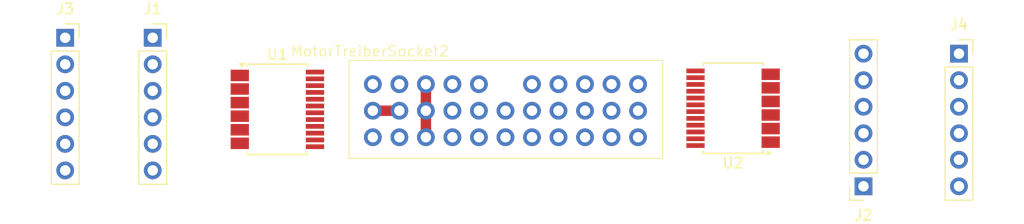
<source format=kicad_pcb>
(kicad_pcb (version 20241229) (generator "pcbnew") (generator_version "9.0")
  (layers (0 "F.Cu" signal) (2 "B.Cu" signal) (13 "F.Paste" user) (15 "B.Paste" user) (5 "F.SilkS" user "F.Silkscreen") (7 "B.SilkS" user "B.Silkscreen") (1 "F.Mask" user) (3 "B.Mask" user) (25 "Edge.Cuts" user))
  (net 0 "")
  (net 1 "+5V")
  (net 2 "/Treiber1/B-")
  (net 3 "/ENC3_A")
  (net 4 "/ENC1_A")
  (net 5 "GND")
  (net 6 "/Treiber1/A+")
  (net 7 "/Treiber2/A+")
  (net 8 "/ENC2_A")
  (net 9 "/ENC4_A")
  (net 10 "/Treiber2/B-")
  (net 11 "/Treiber1/B+")
  (net 12 "/Treiber2/B+")
  (net 13 "/MOT3_PWM")
  (net 14 "/MOT3_IN1")
  (net 15 "/MOT1_IN2")
  (net 16 "/MOT3_IN2")
  (net 17 "/Treiber1/A-")
  (net 18 "/MOT4_IN2")
  (net 19 "/MOT2_IN2")
  (net 20 "/MOT1_IN1")
  (net 22 "/MOT2_PWM")
  (net 23 "/GND")
  (net 24 "/Treiber2/A-")
  (net 25 "/5V")
  (net 26 "/Akku")
  (net 27 "/6V")
  (net 28 "/MOT_STBY")
  (net 29 "/MOT4_PWM")
  (net 30 "/MOT1_PWM")
  (net 31 "/MOT2_IN1")
  (net 33 "/MOT4_IN1")
  (net 34 "/Enable")
  (net 35 "/BAT_ADC")
  (net 36 "/ENC3_B")
  (net 37 "/ENC2_B")
  (net 38 "/ENC4_B")
  (net 39 "/ENC1_B")
  (footprint "Robotik:SSOP-24_5.3x8.2mm_P0.65mm" (layer "F.Cu") (at 150.622 94.742)
    (property "Reference" "U1" (at 0 -5.25 0) (layer "F.SilkS"))
    (property "Value" "TB6612FNG")
    (fp_line (start -2.875 -4.325) (end -2.875 -4.1) (stroke (width 0.15)) (layer "F.SilkS"))
    (fp_line (start -2.875 -4.325) (end 2.875 -4.325) (stroke (width 0.15)) (layer "F.SilkS"))
    (fp_line (start -2.875 4.325) (end -2.875 4.1) (stroke (width 0.15)) (layer "F.SilkS"))
    (fp_line (start -2.875 4.325) (end 2.875 4.325) (stroke (width 0.15)) (layer "F.SilkS"))
    (fp_line (start 2.875 -4.325) (end 2.875 -4.1) (stroke (width 0.15)) (layer "F.SilkS"))
    (fp_line (start 2.875 4.325) (end 2.875 4.1) (stroke (width 0.15)) (layer "F.SilkS"))
    (fp_poly (pts (xy -3.375 -4.075) (xy -3.615 -4.405) (xy -3.135 -4.405) (xy -3.375 -4.075)) (stroke (width 0.12)) (fill yes) (layer "F.SilkS"))
    (pad "1" smd trapezoid (at -3.6 -3.25) (size 1.75 1.1) (layers "F.Cu" "F.Mask" "F.Paste") (net 6 "/Treiber1/A+"))
    (pad "3" smd trapezoid (at -3.6 -1.95) (size 1.75 1.1) (layers "F.Cu" "F.Mask" "F.Paste") (net 5 "GND"))
    (pad "5" smd trapezoid (at -3.6 -0.65) (size 1.75 1.1) (layers "F.Cu" "F.Mask" "F.Paste") (net 17 "/Treiber1/A-"))
    (pad "7" smd trapezoid (at -3.6 0.65) (size 1.75 1.1) (layers "F.Cu" "F.Mask" "F.Paste") (net 2 "/Treiber1/B-"))
    (pad "9" smd trapezoid (at -3.6 1.95) (size 1.75 1.1) (layers "F.Cu" "F.Mask" "F.Paste") (net 5 "GND"))
    (pad "11" smd trapezoid (at -3.6 3.25) (size 1.75 1.1) (layers "F.Cu" "F.Mask" "F.Paste") (net 11 "/Treiber1/B+"))
    (pad "13" smd rect (at 3.6 3.575) (size 1.75 0.45) (layers "F.Cu" "F.Mask" "F.Paste") (net 27 "/6V"))
    (pad "14" smd rect (at 3.6 2.925) (size 1.75 0.45) (layers "F.Cu" "F.Mask" "F.Paste") (net 27 "/6V"))
    (pad "15" smd rect (at 3.6 2.275) (size 1.75 0.45) (layers "F.Cu" "F.Mask" "F.Paste") (net 33 "/MOT4_IN1"))
    (pad "16" smd rect (at 3.6 1.625) (size 1.75 0.45) (layers "F.Cu" "F.Mask" "F.Paste") (net 29 "/MOT4_PWM"))
    (pad "17" smd rect (at 3.6 0.975) (size 1.75 0.45) (layers "F.Cu" "F.Mask" "F.Paste") (net 18 "/MOT4_IN2"))
    (pad "18" smd rect (at 3.6 0.325) (size 1.75 0.45) (layers "F.Cu" "F.Mask" "F.Paste") (net 5 "GND"))
    (pad "19" smd rect (at 3.6 -0.325) (size 1.75 0.45) (layers "F.Cu" "F.Mask" "F.Paste") (net 28 "/MOT_STBY"))
    (pad "20" smd rect (at 3.6 -0.975) (size 1.75 0.45) (layers "F.Cu" "F.Mask" "F.Paste") (net 1 "+5V"))
    (pad "21" smd rect (at 3.6 -1.625) (size 1.75 0.45) (layers "F.Cu" "F.Mask" "F.Paste") (net 16 "/MOT3_IN2"))
    (pad "22" smd rect (at 3.6 -2.275) (size 1.75 0.45) (layers "F.Cu" "F.Mask" "F.Paste") (net 13 "/MOT3_PWM"))
    (pad "23" smd rect (at 3.6 -2.925) (size 1.75 0.45) (layers "F.Cu" "F.Mask" "F.Paste") (net 14 "/MOT3_IN1"))
    (pad "24" smd rect (at 3.6 -3.575) (size 1.75 0.45) (layers "F.Cu" "F.Mask" "F.Paste") (net 27 "/6V"))
  )
  (footprint "Robotik:SocketMotor" (layer "F.Cu") (at 172.466 94.869)
    (property "Reference" "MotorTreiberSocket2" (at -12.99 -5.7 0) (layer "F.SilkS") (effects (font (thickness 0.1))))
    (property "Value" "~")
    (fp_rect (start -14.986 -4.826) (end 15.046 4.572) (stroke (width 0.1)) (fill no) (layer "F.SilkS"))
    (pad "1" thru_hole circle (at -5.08 -2.54) (size 1.7 1.7) (drill 1) (layers "*.Cu" "*.Mask"))
    (pad "2" thru_hole circle (at -2.54 -2.54) (size 1.7 1.7) (drill 1) (layers "*.Cu" "*.Mask"))
    (pad "5V" thru_hole circle (at -12.7 0) (size 1.7 1.7) (drill 1) (layers "*.Cu" "*.Mask") (net 25 "/5V"))
    (pad "5V" thru_hole circle (at -10.16 0) (size 1.7 1.7) (drill 1) (layers "*.Cu" "*.Mask") (net 25 "/5V"))
    (pad "6V" thru_hole circle (at -12.7 2.54) (size 1.7 1.7) (drill 1) (layers "*.Cu" "*.Mask") (net 27 "/6V"))
    (pad "Akku" thru_hole circle (at -12.7 -2.54) (size 1.7 1.7) (drill 1) (layers "*.Cu" "*.Mask") (net 26 "/Akku"))
    (pad "BAT_ADC" thru_hole circle (at -10.16 2.54) (size 1.7 1.7) (drill 1) (layers "*.Cu" "*.Mask") (net 35 "/BAT_ADC"))
    (pad "ENC1_A" thru_hole circle (at 2.54 2.54) (size 1.7 1.7) (drill 1) (layers "*.Cu" "*.Mask") (net 4 "/ENC1_A"))
    (pad "ENC1_B" thru_hole circle (at 2.54 0) (size 1.7 1.7) (drill 1) (layers "*.Cu" "*.Mask") (net 39 "/ENC1_B"))
    (pad "ENC2_A" thru_hole circle (at 0 2.54) (size 1.7 1.7) (drill 1) (layers "*.Cu" "*.Mask") (net 8 "/ENC2_A"))
    (pad "ENC2_B" thru_hole circle (at 0 0) (size 1.7 1.7) (drill 1) (layers "*.Cu" "*.Mask") (net 37 "/ENC2_B"))
    (pad "ENC3_A" thru_hole circle (at -2.54 2.54) (size 1.7 1.7) (drill 1) (layers "*.Cu" "*.Mask") (net 3 "/ENC3_A"))
    (pad "ENC3_B" thru_hole circle (at -2.54 0) (size 1.7 1.7) (drill 1) (layers "*.Cu" "*.Mask") (net 36 "/ENC3_B"))
    (pad "ENC4_A" thru_hole circle (at -5.08 2.54) (size 1.7 1.7) (drill 1) (layers "*.Cu" "*.Mask") (net 9 "/ENC4_A"))
    (pad "ENC4_B" thru_hole circle (at -5.08 0) (size 1.7 1.7) (drill 1) (layers "*.Cu" "*.Mask") (net 38 "/ENC4_B"))
    (pad "GND" thru_hole circle (at -7.62 -2.54) (size 1.7 1.7) (drill 1) (layers "*.Cu" "*.Mask") (net 23 "/GND"))
    (pad "GND" thru_hole circle (at -7.62 0) (size 1.7 1.7) (drill 1) (layers "*.Cu" "*.Mask") (net 23 "/GND"))
    (pad "GND" thru_hole circle (at -7.62 2.54) (size 1.7 1.7) (drill 1) (layers "*.Cu" "*.Mask") (net 23 "/GND"))
    (pad "MOT1_IN1" thru_hole circle (at 12.7 2.54) (size 1.7 1.7) (drill 1) (layers "*.Cu" "*.Mask") (net 20 "/MOT1_IN1"))
    (pad "MOT1_IN2" thru_hole circle (at 12.7 0) (size 1.7 1.7) (drill 1) (layers "*.Cu" "*.Mask") (net 15 "/MOT1_IN2"))
    (pad "MOT1_PWM" thru_hole circle (at 12.7 -2.54) (size 1.7 1.7) (drill 1) (layers "*.Cu" "*.Mask") (net 30 "/MOT1_PWM"))
    (pad "MOT2_IN1" thru_hole circle (at 10.16 2.54) (size 1.7 1.7) (drill 1) (layers "*.Cu" "*.Mask") (net 31 "/MOT2_IN1"))
    (pad "MOT2_IN2" thru_hole circle (at 10.16 0) (size 1.7 1.7) (drill 1) (layers "*.Cu" "*.Mask") (net 19 "/MOT2_IN2"))
    (pad "MOT2_PWM" thru_hole circle (at 10.16 -2.54) (size 1.7 1.7) (drill 1) (layers "*.Cu" "*.Mask") (net 22 "/MOT2_PWM"))
    (pad "MOT3_IN1" thru_hole circle (at 7.62 2.54) (size 1.7 1.7) (drill 1) (layers "*.Cu" "*.Mask") (net 14 "/MOT3_IN1"))
    (pad "MOT3_IN2" thru_hole circle (at 7.62 0) (size 1.7 1.7) (drill 1) (layers "*.Cu" "*.Mask") (net 16 "/MOT3_IN2"))
    (pad "MOT3_PWM" thru_hole circle (at 7.62 -2.54) (size 1.7 1.7) (drill 1) (layers "*.Cu" "*.Mask") (net 13 "/MOT3_PWM"))
    (pad "MOT4_IN1" thru_hole circle (at 5.08 2.54) (size 1.7 1.7) (drill 1) (layers "*.Cu" "*.Mask") (net 33 "/MOT4_IN1"))
    (pad "MOT4_IN2" thru_hole circle (at 5.08 0) (size 1.7 1.7) (drill 1) (layers "*.Cu" "*.Mask") (net 18 "/MOT4_IN2"))
    (pad "MOT4_PWM" thru_hole circle (at 5.08 -2.54) (size 1.7 1.7) (drill 1) (layers "*.Cu" "*.Mask") (net 29 "/MOT4_PWM"))
    (pad "MOT_STBY" thru_hole circle (at 2.54 -2.54) (size 1.7 1.7) (drill 1) (layers "*.Cu" "*.Mask") (net 28 "/MOT_STBY"))
    (pad "PWR_EN" thru_hole circle (at -10.16 -2.54) (size 1.7 1.7) (drill 1) (layers "*.Cu" "*.Mask") (net 34 "/Enable"))
  )
  (footprint "Connector_PinSocket_2.54mm:PinSocket_1x06_P2.54mm_Vertical" (layer "F.Cu") (at 215.9 89.408)
    (property "Reference" "J4" (at 0 -2.77 0) (layer "F.SilkS"))
    (property "Value" "Conn_01x06_Pin")
    (fp_line (start -1.33 1.27) (end -1.33 14.03) (stroke (width 0.12)) (layer "F.SilkS"))
    (fp_line (start -1.33 1.27) (end 1.33 1.27) (stroke (width 0.12)) (layer "F.SilkS"))
    (fp_line (start -1.33 14.03) (end 1.33 14.03) (stroke (width 0.12)) (layer "F.SilkS"))
    (fp_line (start 0 -1.33) (end 1.33 -1.33) (stroke (width 0.12)) (layer "F.SilkS"))
    (fp_line (start 1.33 -1.33) (end 1.33 0) (stroke (width 0.12)) (layer "F.SilkS"))
    (fp_line (start 1.33 1.27) (end 1.33 14.03) (stroke (width 0.12)) (layer "F.SilkS"))
    (pad "1" thru_hole rect (at 0 0) (size 1.7 1.7) (drill 1) (layers "*.Cu" "*.Mask") (net 12 "/Treiber2/B+"))
    (pad "2" thru_hole circle (at 0 2.54) (size 1.7 1.7) (drill 1) (layers "*.Cu" "*.Mask") (net 5 "GND"))
    (pad "3" thru_hole circle (at 0 5.08) (size 1.7 1.7) (drill 1) (layers "*.Cu" "*.Mask") (net 37 "/ENC2_B"))
    (pad "4" thru_hole circle (at 0 7.62) (size 1.7 1.7) (drill 1) (layers "*.Cu" "*.Mask") (net 8 "/ENC2_A"))
    (pad "5" thru_hole circle (at 0 10.16) (size 1.7 1.7) (drill 1) (layers "*.Cu" "*.Mask") (net 1 "+5V"))
    (pad "6" thru_hole circle (at 0 12.7) (size 1.7 1.7) (drill 1) (layers "*.Cu" "*.Mask") (net 10 "/Treiber2/B-"))
  )
  (footprint "Connector_PinSocket_2.54mm:PinSocket_1x06_P2.54mm_Vertical" (layer "F.Cu") (at 138.684 87.884)
    (property "Reference" "J1" (at 0 -2.77 0) (layer "F.SilkS"))
    (property "Value" "Conn_01x06_Pin")
    (fp_line (start -1.33 1.27) (end -1.33 14.03) (stroke (width 0.12)) (layer "F.SilkS"))
    (fp_line (start -1.33 1.27) (end 1.33 1.27) (stroke (width 0.12)) (layer "F.SilkS"))
    (fp_line (start -1.33 14.03) (end 1.33 14.03) (stroke (width 0.12)) (layer "F.SilkS"))
    (fp_line (start 0 -1.33) (end 1.33 -1.33) (stroke (width 0.12)) (layer "F.SilkS"))
    (fp_line (start 1.33 -1.33) (end 1.33 0) (stroke (width 0.12)) (layer "F.SilkS"))
    (fp_line (start 1.33 1.27) (end 1.33 14.03) (stroke (width 0.12)) (layer "F.SilkS"))
    (pad "1" thru_hole rect (at 0 0) (size 1.7 1.7) (drill 1) (layers "*.Cu" "*.Mask") (net 6 "/Treiber1/A+"))
    (pad "2" thru_hole circle (at 0 2.54) (size 1.7 1.7) (drill 1) (layers "*.Cu" "*.Mask") (net 5 "GND"))
    (pad "3" thru_hole circle (at 0 5.08) (size 1.7 1.7) (drill 1) (layers "*.Cu" "*.Mask") (net 36 "/ENC3_B"))
    (pad "4" thru_hole circle (at 0 7.62) (size 1.7 1.7) (drill 1) (layers "*.Cu" "*.Mask") (net 3 "/ENC3_A"))
    (pad "5" thru_hole circle (at 0 10.16) (size 1.7 1.7) (drill 1) (layers "*.Cu" "*.Mask") (net 1 "+5V"))
    (pad "6" thru_hole circle (at 0 12.7) (size 1.7 1.7) (drill 1) (layers "*.Cu" "*.Mask") (net 17 "/Treiber1/A-"))
  )
  (footprint "Robotik:SSOP-24_5.3x8.2mm_P0.65mm" (layer "F.Cu") (at 194.266 94.63 180)
    (property "Reference" "U2" (at 0 -5.25 0) (layer "F.SilkS"))
    (property "Value" "TB6612FNG")
    (fp_line (start 2.875 4.325) (end 2.875 4.1) (stroke (width 0.15)) (layer "F.SilkS"))
    (fp_line (start 2.875 -4.325) (end 2.875 -4.1) (stroke (width 0.15)) (layer "F.SilkS"))
    (fp_line (start -2.875 4.325) (end 2.875 4.325) (stroke (width 0.15)) (layer "F.SilkS"))
    (fp_line (start -2.875 4.325) (end -2.875 4.1) (stroke (width 0.15)) (layer "F.SilkS"))
    (fp_line (start -2.875 -4.325) (end 2.875 -4.325) (stroke (width 0.15)) (layer "F.SilkS"))
    (fp_line (start -2.875 -4.325) (end -2.875 -4.1) (stroke (width 0.15)) (layer "F.SilkS"))
    (fp_poly (pts (xy -3.375 -4.075) (xy -3.615 -4.405) (xy -3.135 -4.405) (xy -3.375 -4.075)) (stroke (width 0.12)) (fill yes) (layer "F.SilkS"))
    (pad "1" smd trapezoid (at -3.6 -3.25 180) (size 1.75 1.1) (layers "F.Cu" "F.Mask" "F.Paste") (net 7 "/Treiber2/A+"))
    (pad "3" smd trapezoid (at -3.6 -1.95 180) (size 1.75 1.1) (layers "F.Cu" "F.Mask" "F.Paste") (net 5 "GND"))
    (pad "5" smd trapezoid (at -3.6 -0.65 180) (size 1.75 1.1) (layers "F.Cu" "F.Mask" "F.Paste") (net 24 "/Treiber2/A-"))
    (pad "7" smd trapezoid (at -3.6 0.65 180) (size 1.75 1.1) (layers "F.Cu" "F.Mask" "F.Paste") (net 10 "/Treiber2/B-"))
    (pad "9" smd trapezoid (at -3.6 1.95 180) (size 1.75 1.1) (layers "F.Cu" "F.Mask" "F.Paste") (net 5 "GND"))
    (pad "11" smd trapezoid (at -3.6 3.25 180) (size 1.75 1.1) (layers "F.Cu" "F.Mask" "F.Paste") (net 12 "/Treiber2/B+"))
    (pad "13" smd rect (at 3.6 3.575 180) (size 1.75 0.45) (layers "F.Cu" "F.Mask" "F.Paste") (net 27 "/6V"))
    (pad "14" smd rect (at 3.6 2.925 180) (size 1.75 0.45) (layers "F.Cu" "F.Mask" "F.Paste") (net 27 "/6V"))
    (pad "15" smd rect (at 3.6 2.275 180) (size 1.75 0.45) (layers "F.Cu" "F.Mask" "F.Paste") (net 31 "/MOT2_IN1"))
    (pad "16" smd rect (at 3.6 1.625 180) (size 1.75 0.45) (layers "F.Cu" "F.Mask" "F.Paste") (net 22 "/MOT2_PWM"))
    (pad "17" smd rect (at 3.6 0.975 180) (size 1.75 0.45) (layers "F.Cu" "F.Mask" "F.Paste") (net 19 "/MOT2_IN2"))
    (pad "18" smd rect (at 3.6 0.325 180) (size 1.75 0.45) (layers "F.Cu" "F.Mask" "F.Paste") (net 5 "GND"))
    (pad "19" smd rect (at 3.6 -0.325 180) (size 1.75 0.45) (layers "F.Cu" "F.Mask" "F.Paste") (net 28 "/MOT_STBY"))
    (pad "20" smd rect (at 3.6 -0.975 180) (size 1.75 0.45) (layers "F.Cu" "F.Mask" "F.Paste") (net 1 "+5V"))
    (pad "21" smd rect (at 3.6 -1.625 180) (size 1.75 0.45) (layers "F.Cu" "F.Mask" "F.Paste") (net 15 "/MOT1_IN2"))
    (pad "22" smd rect (at 3.6 -2.275 180) (size 1.75 0.45) (layers "F.Cu" "F.Mask" "F.Paste") (net 30 "/MOT1_PWM"))
    (pad "23" smd rect (at 3.6 -2.925 180) (size 1.75 0.45) (layers "F.Cu" "F.Mask" "F.Paste") (net 20 "/MOT1_IN1"))
    (pad "24" smd rect (at 3.6 -3.575 180) (size 1.75 0.45) (layers "F.Cu" "F.Mask" "F.Paste") (net 27 "/6V"))
  )
  (footprint "Connector_PinSocket_2.54mm:PinSocket_1x06_P2.54mm_Vertical" (layer "F.Cu") (at 206.756 102.108 180)
    (property "Reference" "J2" (at 0 -2.77 0) (layer "F.SilkS"))
    (property "Value" "Conn_01x06_Pin")
    (fp_line (start 1.33 1.27) (end 1.33 14.03) (stroke (width 0.12)) (layer "F.SilkS"))
    (fp_line (start 1.33 -1.33) (end 1.33 0) (stroke (width 0.12)) (layer "F.SilkS"))
    (fp_line (start 0 -1.33) (end 1.33 -1.33) (stroke (width 0.12)) (layer "F.SilkS"))
    (fp_line (start -1.33 14.03) (end 1.33 14.03) (stroke (width 0.12)) (layer "F.SilkS"))
    (fp_line (start -1.33 1.27) (end 1.33 1.27) (stroke (width 0.12)) (layer "F.SilkS"))
    (fp_line (start -1.33 1.27) (end -1.33 14.03) (stroke (width 0.12)) (layer "F.SilkS"))
    (pad "1" thru_hole rect (at 0 0 180) (size 1.7 1.7) (drill 1) (layers "*.Cu" "*.Mask") (net 7 "/Treiber2/A+"))
    (pad "2" thru_hole circle (at 0 2.54 180) (size 1.7 1.7) (drill 1) (layers "*.Cu" "*.Mask") (net 5 "GND"))
    (pad "3" thru_hole circle (at 0 5.08 180) (size 1.7 1.7) (drill 1) (layers "*.Cu" "*.Mask") (net 37 "/ENC2_B"))
    (pad "4" thru_hole circle (at 0 7.62 180) (size 1.7 1.7) (drill 1) (layers "*.Cu" "*.Mask") (net 4 "/ENC1_A"))
    (pad "5" thru_hole circle (at 0 10.16 180) (size 1.7 1.7) (drill 1) (layers "*.Cu" "*.Mask") (net 1 "+5V"))
    (pad "6" thru_hole circle (at 0 12.7 180) (size 1.7 1.7) (drill 1) (layers "*.Cu" "*.Mask") (net 24 "/Treiber2/A-"))
  )
  (footprint "Connector_PinSocket_2.54mm:PinSocket_1x06_P2.54mm_Vertical" (layer "F.Cu") (at 130.302 87.884)
    (property "Reference" "J3" (at 0 -2.77 0) (layer "F.SilkS"))
    (property "Value" "Conn_01x06_Pin")
    (fp_line (start -1.33 1.27) (end -1.33 14.03) (stroke (width 0.12)) (layer "F.SilkS"))
    (fp_line (start -1.33 1.27) (end 1.33 1.27) (stroke (width 0.12)) (layer "F.SilkS"))
    (fp_line (start -1.33 14.03) (end 1.33 14.03) (stroke (width 0.12)) (layer "F.SilkS"))
    (fp_line (start 0 -1.33) (end 1.33 -1.33) (stroke (width 0.12)) (layer "F.SilkS"))
    (fp_line (start 1.33 -1.33) (end 1.33 0) (stroke (width 0.12)) (layer "F.SilkS"))
    (fp_line (start 1.33 1.27) (end 1.33 14.03) (stroke (width 0.12)) (layer "F.SilkS"))
    (pad "1" thru_hole rect (at 0 0) (size 1.7 1.7) (drill 1) (layers "*.Cu" "*.Mask") (net 11 "/Treiber1/B+"))
    (pad "2" thru_hole circle (at 0 2.54) (size 1.7 1.7) (drill 1) (layers "*.Cu" "*.Mask") (net 5 "GND"))
    (pad "3" thru_hole circle (at 0 5.08) (size 1.7 1.7) (drill 1) (layers "*.Cu" "*.Mask") (net 38 "/ENC4_B"))
    (pad "4" thru_hole circle (at 0 7.62) (size 1.7 1.7) (drill 1) (layers "*.Cu" "*.Mask") (net 9 "/ENC4_A"))
    (pad "5" thru_hole circle (at 0 10.16) (size 1.7 1.7) (drill 1) (layers "*.Cu" "*.Mask") (net 1 "+5V"))
    (pad "6" thru_hole circle (at 0 12.7) (size 1.7 1.7) (drill 1) (layers "*.Cu" "*.Mask") (net 2 "/Treiber1/B-"))
  )
  (segment (start 164.846 94.869) (end 164.846 97.409) (width 1) (layer "F.Cu") (net 23))
  (segment (start 164.846 92.329) (end 164.846 94.869) (width 1) (layer "F.Cu") (net 23))
  (segment (start 159.766 94.869) (end 162.306 94.869) (width 1) (layer "F.Cu") (net 25))
)
</source>
